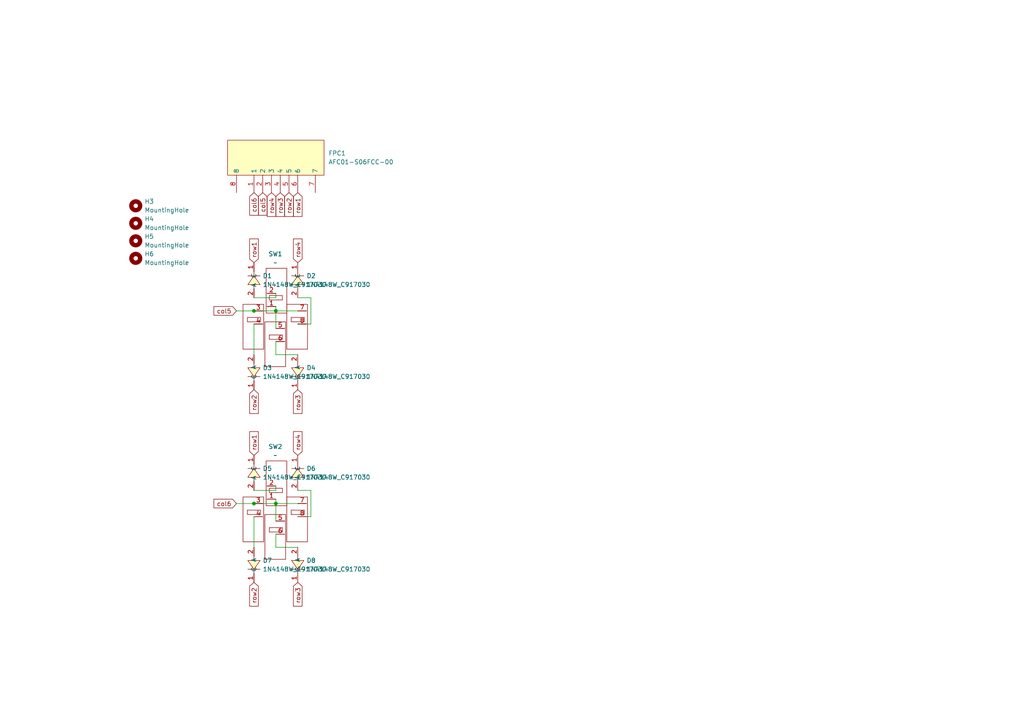
<source format=kicad_sch>
(kicad_sch (version 20250114) (generator "eeschema") (generator_version "9.0")
  (paper "A4")
  (lib_symbols
    (symbol "D2FC_F_7N:mouse-switch-cluster"
      (property "Reference" "SW" (at -2.286 -2.032 0))
      (symbol "mouse-switch-cluster_0_1"
        (rectangle (start -8.255 -1.905) (end -4.445 -3.175))
        (rectangle (start -3.525 1.905) (end -9.525 -11.095))
        (rectangle (start -2.825 12.365) (end 3.175 -0.635))
        (rectangle (start -1.905 -6.985) (end 1.905 -8.255))
        (rectangle (start 1.905 3.175) (end -1.905 4.445))
        (rectangle (start 2.825 -3.175) (end -3.175 -16.175))
        (rectangle (start 4.445 -1.905) (end 8.255 -3.175))
        (rectangle (start 9.175 1.905) (end 3.175 -11.095))
      )
      (symbol "mouse-switch-cluster_1_1"
        (pin free line (at -6.35 0 0) (length 2.54) (name "") (number "3"))
        (pin free line (at -6.35 -3.81 0) (length 2.54) (name "") (number "4"))
        (pin free line (at 0 5.08 180) (length 2.54) (name "") (number "2"))
        (pin free line (at 0 1.27 180) (length 2.54) (name "") (number "1"))
        (pin free line (at 0 -5.08 0) (length 2.54) (name "") (number "5"))
        (pin free line (at 0 -8.89 0) (length 2.54) (name "") (number "6"))
        (pin free line (at 6.35 0 0) (length 2.54) (name "") (number "7"))
        (pin free line (at 6.35 -3.81 0) (length 2.54) (name "") (number "8"))
      )
    )
    (symbol "Mechanical:MountingHole" (pin_names (offset 1.016)) (in_bom no)
      (property "Reference" "H" (at 0 5.08 0))
      (property "Value" "MountingHole" (at 0 3.175 0))
      (symbol "MountingHole_0_1"
        (circle (center 0 0) (radius 1.27) (stroke (width 1.27)))
      )
    )
    (symbol "easyeda2kicad:1N4148W_C917030"
      (property "Reference" "D" (at 0 5.08 0))
      (property "Value" "1N4148W_C917030" (at 0 -5.08 0))
      (symbol "1N4148W_C917030_0_1"
        (polyline (pts (xy -1.27 1.78) (xy -1.27 -1.78)))
        (polyline (pts (xy -1.27 0) (xy -2.54 0)))
        (polyline (pts (xy 1.27 1.78) (xy -1.27 0) (xy 1.27 -1.78) (xy 1.27 1.78)) (fill (type background)))
        (polyline (pts (xy 2.54 0) (xy 1.27 0)))
        (pin unspecified line (at -5.08 0 0) (length 2.54) (name "C") (number "1"))
        (pin unspecified line (at 5.08 0 180) (length 2.54) (name "A") (number "2"))
      )
    )
    (symbol "easyeda2kicad:AFC01-S06FCC-00"
      (property "Reference" "FPC" (at 0 16.51 0))
      (property "Value" "AFC01-S06FCC-00" (at 0 -16.51 0))
      (symbol "AFC01-S06FCC-00_0_1"
        (rectangle (start -2.54 13.97) (end 7.62 -13.97) (fill (type background)))
        (pin unspecified line (at -7.62 11.43 0) (length 5.08) (name "8") (number "8"))
        (pin unspecified line (at -7.62 6.35 0) (length 5.08) (name "1") (number "1"))
        (pin unspecified line (at -7.62 3.81 0) (length 5.08) (name "2") (number "2"))
        (pin unspecified line (at -7.62 1.27 0) (length 5.08) (name "3") (number "3"))
        (pin unspecified line (at -7.62 -1.27 0) (length 5.08) (name "4") (number "4"))
        (pin unspecified line (at -7.62 -3.81 0) (length 5.08) (name "5") (number "5"))
        (pin unspecified line (at -7.62 -6.35 0) (length 5.08) (name "6") (number "6"))
        (pin unspecified line (at -7.62 -11.43 0) (length 5.08) (name "7") (number "7"))
      )
    )
  )
  (junction (at 73.66 146.05))
  (junction (at 73.66 90.17))
  (junction (at 80.01 146.05))
  (junction (at 80.01 90.17))
  (wire (pts (xy 80.01 90.17) (xy 80.01 95.25)))
  (wire (pts (xy 80.01 142.24) (xy 73.66 142.24)))
  (wire (pts (xy 80.01 140.97) (xy 80.01 142.24)))
  (wire (pts (xy 80.01 144.78) (xy 80.01 146.05)))
  (wire (pts (xy 80.01 90.17) (xy 73.66 90.17)))
  (wire (pts (xy 86.36 90.17) (xy 80.01 90.17)))
  (wire (pts (xy 80.01 146.05) (xy 80.01 151.13)))
  (wire (pts (xy 73.66 146.05) (xy 68.58 146.05)))
  (wire (pts (xy 73.66 149.86) (xy 73.66 158.75)))
  (wire (pts (xy 80.01 102.87) (xy 86.36 102.87)))
  (wire (pts (xy 73.66 93.98) (xy 73.66 102.87)))
  (wire (pts (xy 80.01 146.05) (xy 73.66 146.05)))
  (wire (pts (xy 73.66 90.17) (xy 68.58 90.17)))
  (wire (pts (xy 86.36 93.98) (xy 90.17 93.98)))
  (wire (pts (xy 80.01 86.36) (xy 73.66 86.36)))
  (wire (pts (xy 90.17 149.86) (xy 90.17 142.24)))
  (wire (pts (xy 80.01 154.94) (xy 80.01 158.75)))
  (wire (pts (xy 86.36 149.86) (xy 90.17 149.86)))
  (wire (pts (xy 90.17 142.24) (xy 86.36 142.24)))
  (wire (pts (xy 86.36 146.05) (xy 80.01 146.05)))
  (wire (pts (xy 80.01 99.06) (xy 80.01 102.87)))
  (wire (pts (xy 80.01 85.09) (xy 80.01 86.36)))
  (wire (pts (xy 90.17 86.36) (xy 86.36 86.36)))
  (wire (pts (xy 80.01 88.9) (xy 80.01 90.17)))
  (wire (pts (xy 80.01 158.75) (xy 86.36 158.75)))
  (wire (pts (xy 90.17 93.98) (xy 90.17 86.36)))
  (global_label "row1" (shape input) (at 73.66 76.2 90) (property "Intersheetrefs" "${INTERSHEET_REFS}" (effects (hide yes))))
  (global_label "row4" (shape input) (at 86.36 132.08 90) (property "Intersheetrefs" "${INTERSHEET_REFS}" (effects (hide yes))))
  (global_label "row1" (shape input) (at 73.66 132.08 90) (property "Intersheetrefs" "${INTERSHEET_REFS}" (effects (hide yes))))
  (global_label "row1" (shape input) (at 86.36 55.88 270) (property "Intersheetrefs" "${INTERSHEET_REFS}" (effects (hide yes))))
  (global_label "row3" (shape input) (at 86.36 113.03 270) (property "Intersheetrefs" "${INTERSHEET_REFS}" (effects (hide yes))))
  (global_label "row4" (shape input) (at 86.36 76.2 90) (property "Intersheetrefs" "${INTERSHEET_REFS}" (effects (hide yes))))
  (global_label "row2" (shape input) (at 73.66 168.91 270) (property "Intersheetrefs" "${INTERSHEET_REFS}" (effects (hide yes))))
  (global_label "row3" (shape input) (at 81.28 55.88 270) (property "Intersheetrefs" "${INTERSHEET_REFS}" (effects (hide yes))))
  (global_label "row4" (shape input) (at 78.74 55.88 270) (property "Intersheetrefs" "${INTERSHEET_REFS}" (effects (hide yes))))
  (global_label "col6" (shape input) (at 68.58 146.05 180) (property "Intersheetrefs" "${INTERSHEET_REFS}" (effects (hide yes))))
  (global_label "row3" (shape input) (at 86.36 168.91 270) (property "Intersheetrefs" "${INTERSHEET_REFS}" (effects (hide yes))))
  (global_label "col5" (shape input) (at 68.58 90.17 180) (property "Intersheetrefs" "${INTERSHEET_REFS}" (effects (hide yes))))
  (global_label "col5" (shape input) (at 76.2 55.88 270) (property "Intersheetrefs" "${INTERSHEET_REFS}" (effects (hide yes))))
  (global_label "row2" (shape input) (at 83.82 55.88 270) (property "Intersheetrefs" "${INTERSHEET_REFS}" (effects (hide yes))))
  (global_label "col6" (shape input) (at 73.66 55.88 270) (property "Intersheetrefs" "${INTERSHEET_REFS}" (effects (hide yes))))
  (global_label "row2" (shape input) (at 73.66 113.03 270) (property "Intersheetrefs" "${INTERSHEET_REFS}" (effects (hide yes))))
  (symbol (lib_id "easyeda2kicad:1N4148W_C917030") (at 86.36 137.16 270) (unit 1)
    (property "Reference" "D6" (at 88.9 135.8899 90) (effects (justify left)))
    (property "Value" "1N4148W_C917030" (at 88.9 138.4299 90) (effects (justify left)))
    (property "Footprint" "easyeda2kicad:SOD-123_L2.8-W1.8-LS3.7-RD-1" (effects (hide yes)))
    (property "Datasheet" "https://lcsc.com/product-detail/Switching-Diode_JSMSEMI-1N4148W_C917030.html" (effects (hide yes)))
    (property "LCSC Part" "C917030" (effects (hide yes)))
  )
  (symbol (lib_id "easyeda2kicad:1N4148W_C917030") (at 73.66 81.28 270) (unit 1)
    (property "Reference" "D1" (at 76.2 80.0099 90) (effects (justify left)))
    (property "Value" "1N4148W_C917030" (at 76.2 82.5499 90) (effects (justify left)))
    (property "Footprint" "easyeda2kicad:SOD-123_L2.8-W1.8-LS3.7-RD-1" (effects (hide yes)))
    (property "Datasheet" "https://lcsc.com/product-detail/Switching-Diode_JSMSEMI-1N4148W_C917030.html" (effects (hide yes)))
    (property "LCSC Part" "C917030" (effects (hide yes)))
  )
  (symbol (lib_id "Mechanical:MountingHole") (at 39.37 64.77 0) (unit 1) (in_bom no)
    (property "Reference" "H4" (at 41.91 63.4999 0) (effects (justify left)))
    (property "Value" "MountingHole" (at 41.91 66.0399 0) (effects (justify left)))
    (property "Footprint" "footprints:MountingHole_2.2mm_M2_Pad_Via" (effects (hide yes)))
    (property "Description" "Mounting Hole without connection" (effects (hide yes)))
  )
  (symbol (lib_id "easyeda2kicad:AFC01-S06FCC-00") (at 80.01 48.26 90) (unit 1)
    (property "Reference" "FPC1" (at 95.25 44.4499 90) (effects (justify right)))
    (property "Value" "AFC01-S06FCC-00" (at 95.25 46.9899 90) (effects (justify right)))
    (property "Footprint" "easyeda2kicad:FPC-SMD_AFC01-S06FCC-00" (effects (hide yes)))
    (property "Datasheet" "https://lcsc.com/product-detail/Others_JUSHUO-AFC01-S06FCC-00_C262262.html" (effects (hide yes)))
    (property "LCSC Part" "C262262" (effects (hide yes)))
  )
  (symbol (lib_id "easyeda2kicad:1N4148W_C917030") (at 86.36 81.28 270) (unit 1)
    (property "Reference" "D2" (at 88.9 80.0099 90) (effects (justify left)))
    (property "Value" "1N4148W_C917030" (at 88.9 82.5499 90) (effects (justify left)))
    (property "Footprint" "easyeda2kicad:SOD-123_L2.8-W1.8-LS3.7-RD-1" (effects (hide yes)))
    (property "Datasheet" "https://lcsc.com/product-detail/Switching-Diode_JSMSEMI-1N4148W_C917030.html" (effects (hide yes)))
    (property "LCSC Part" "C917030" (effects (hide yes)))
  )
  (symbol (lib_id "easyeda2kicad:1N4148W_C917030") (at 86.36 163.83 90) (unit 1)
    (property "Reference" "D8" (at 88.9 162.5599 90) (effects (justify right)))
    (property "Value" "1N4148W_C917030" (at 88.9 165.0999 90) (effects (justify right)))
    (property "Footprint" "easyeda2kicad:SOD-123_L2.8-W1.8-LS3.7-RD-1" (effects (hide yes)))
    (property "Datasheet" "https://lcsc.com/product-detail/Switching-Diode_JSMSEMI-1N4148W_C917030.html" (effects (hide yes)))
    (property "LCSC Part" "C917030" (effects (hide yes)))
  )
  (symbol (lib_id "Mechanical:MountingHole") (at 39.37 74.93 0) (unit 1) (in_bom no)
    (property "Reference" "H6" (at 41.91 73.6599 0) (effects (justify left)))
    (property "Value" "MountingHole" (at 41.91 76.1999 0) (effects (justify left)))
    (property "Footprint" "footprints:MountingHole_2.2mm_M2_Pad_Via" (effects (hide yes)))
    (property "Description" "Mounting Hole without connection" (effects (hide yes)))
  )
  (symbol (lib_id "D2FC_F_7N:mouse-switch-cluster") (at 80.01 146.05 0) (unit 1)
    (property "Reference" "SW2" (at 79.8675 129.54 0))
    (property "Value" "~" (at 79.8675 132.08 0))
    (property "Footprint" "footprints:mouse-switch-cluster" (effects (hide yes)))
  )
  (symbol (lib_id "D2FC_F_7N:mouse-switch-cluster") (at 80.01 90.17 0) (unit 1)
    (property "Reference" "SW1" (at 79.8675 73.66 0))
    (property "Value" "~" (at 79.8675 76.2 0))
    (property "Footprint" "footprints:mouse-switch-cluster" (effects (hide yes)))
  )
  (symbol (lib_id "easyeda2kicad:1N4148W_C917030") (at 73.66 137.16 270) (unit 1)
    (property "Reference" "D5" (at 76.2 135.8899 90) (effects (justify left)))
    (property "Value" "1N4148W_C917030" (at 76.2 138.4299 90) (effects (justify left)))
    (property "Footprint" "easyeda2kicad:SOD-123_L2.8-W1.8-LS3.7-RD-1" (effects (hide yes)))
    (property "Datasheet" "https://lcsc.com/product-detail/Switching-Diode_JSMSEMI-1N4148W_C917030.html" (effects (hide yes)))
    (property "LCSC Part" "C917030" (effects (hide yes)))
  )
  (symbol (lib_id "easyeda2kicad:1N4148W_C917030") (at 73.66 163.83 90) (unit 1)
    (property "Reference" "D7" (at 76.2 162.5599 90) (effects (justify right)))
    (property "Value" "1N4148W_C917030" (at 76.2 165.0999 90) (effects (justify right)))
    (property "Footprint" "easyeda2kicad:SOD-123_L2.8-W1.8-LS3.7-RD-1" (effects (hide yes)))
    (property "Datasheet" "https://lcsc.com/product-detail/Switching-Diode_JSMSEMI-1N4148W_C917030.html" (effects (hide yes)))
    (property "LCSC Part" "C917030" (effects (hide yes)))
  )
  (symbol (lib_id "Mechanical:MountingHole") (at 39.37 69.85 0) (unit 1) (in_bom no)
    (property "Reference" "H5" (at 41.91 68.5799 0) (effects (justify left)))
    (property "Value" "MountingHole" (at 41.91 71.1199 0) (effects (justify left)))
    (property "Footprint" "footprints:MountingHole_2.2mm_M2_Pad_Via" (effects (hide yes)))
    (property "Description" "Mounting Hole without connection" (effects (hide yes)))
  )
  (symbol (lib_id "easyeda2kicad:1N4148W_C917030") (at 73.66 107.95 90) (unit 1)
    (property "Reference" "D3" (at 76.2 106.6799 90) (effects (justify right)))
    (property "Value" "1N4148W_C917030" (at 76.2 109.2199 90) (effects (justify right)))
    (property "Footprint" "easyeda2kicad:SOD-123_L2.8-W1.8-LS3.7-RD-1" (effects (hide yes)))
    (property "Datasheet" "https://lcsc.com/product-detail/Switching-Diode_JSMSEMI-1N4148W_C917030.html" (effects (hide yes)))
    (property "LCSC Part" "C917030" (effects (hide yes)))
  )
  (symbol (lib_id "Mechanical:MountingHole") (at 39.37 59.69 0) (unit 1) (in_bom no)
    (property "Reference" "H3" (at 41.91 58.4199 0) (effects (justify left)))
    (property "Value" "MountingHole" (at 41.91 60.9599 0) (effects (justify left)))
    (property "Footprint" "footprints:MountingHole_2.2mm_M2_Pad_Via" (effects (hide yes)))
    (property "Description" "Mounting Hole without connection" (effects (hide yes)))
  )
  (symbol (lib_id "easyeda2kicad:1N4148W_C917030") (at 86.36 107.95 90) (unit 1)
    (property "Reference" "D4" (at 88.9 106.6799 90) (effects (justify right)))
    (property "Value" "1N4148W_C917030" (at 88.9 109.2199 90) (effects (justify right)))
    (property "Footprint" "easyeda2kicad:SOD-123_L2.8-W1.8-LS3.7-RD-1" (effects (hide yes)))
    (property "Datasheet" "https://lcsc.com/product-detail/Switching-Diode_JSMSEMI-1N4148W_C917030.html" (effects (hide yes)))
    (property "LCSC Part" "C917030" (effects (hide yes)))
  )
)
</source>
